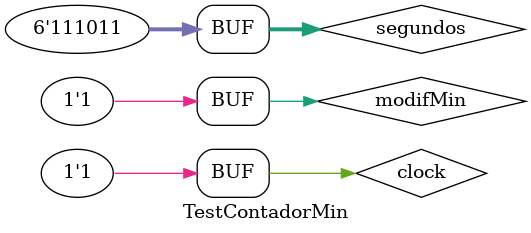
<source format=v>
`timescale 1ns / 1ps


module TestContadorMin;

	// Inputs
	reg clock;
	reg modifMin;
	reg [5:0] segundos;

	// Outputs
	wire [2:0] decenas;
	wire [3:0] unidades;
	wire modifHor;

	// Instantiate the Unit Under Test (UUT)
	contadorMinutos uut (
		.clock(clock), 
		.modifMin(modifMin), 
		.segundos(segundos),
		.decenas(decenas), 
		.unidades(unidades),
		.modifHor(modifHor)
	);

	initial begin
		// Initialize Inputs
		
		modifMin = 1;
		segundos = 0;
		#500000000;
		#500000000;
		#500000000;
		#500000000;
		#500000000;#500000000;#500000000;#500000000;#500000000;#500000000;#500000000;
		segundos =59;
			
	end
	
	always begin
		// Initialize Inputs
		clock = 0;#500000000;
		clock = 1;#500000000;
	end
      
endmodule


</source>
